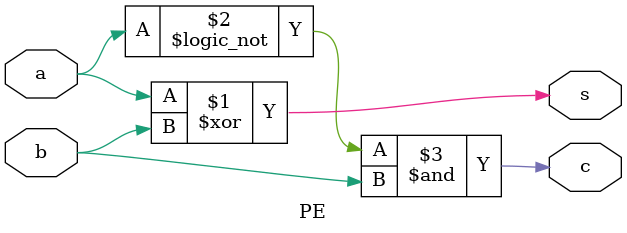
<source format=v>
module PE(input a,b,output s,c);
assign s = a^b;
assign c = (!a)&b;
endmodule

</source>
